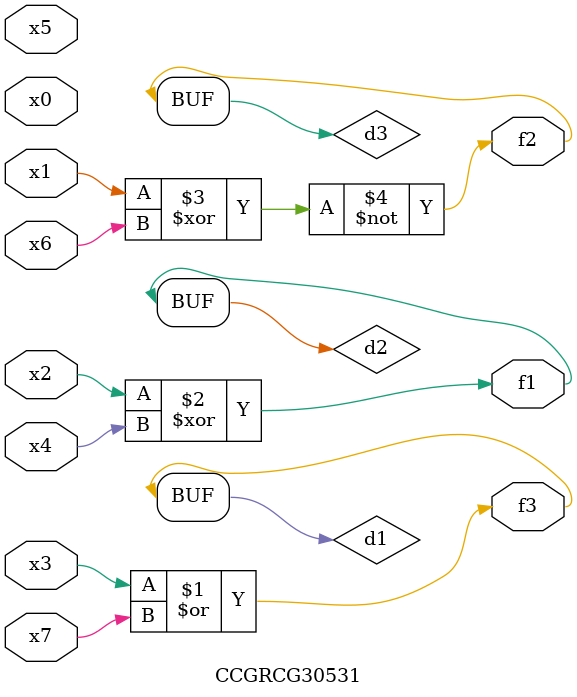
<source format=v>
module CCGRCG30531(
	input x0, x1, x2, x3, x4, x5, x6, x7,
	output f1, f2, f3
);

	wire d1, d2, d3;

	or (d1, x3, x7);
	xor (d2, x2, x4);
	xnor (d3, x1, x6);
	assign f1 = d2;
	assign f2 = d3;
	assign f3 = d1;
endmodule

</source>
